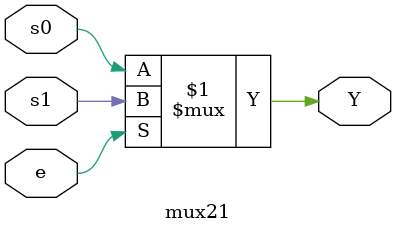
<source format=v>

module mux21(
    input e, s0, s1,
    output Y
);
    assign Y = (e) ? s1 : s0;
endmodule


</source>
